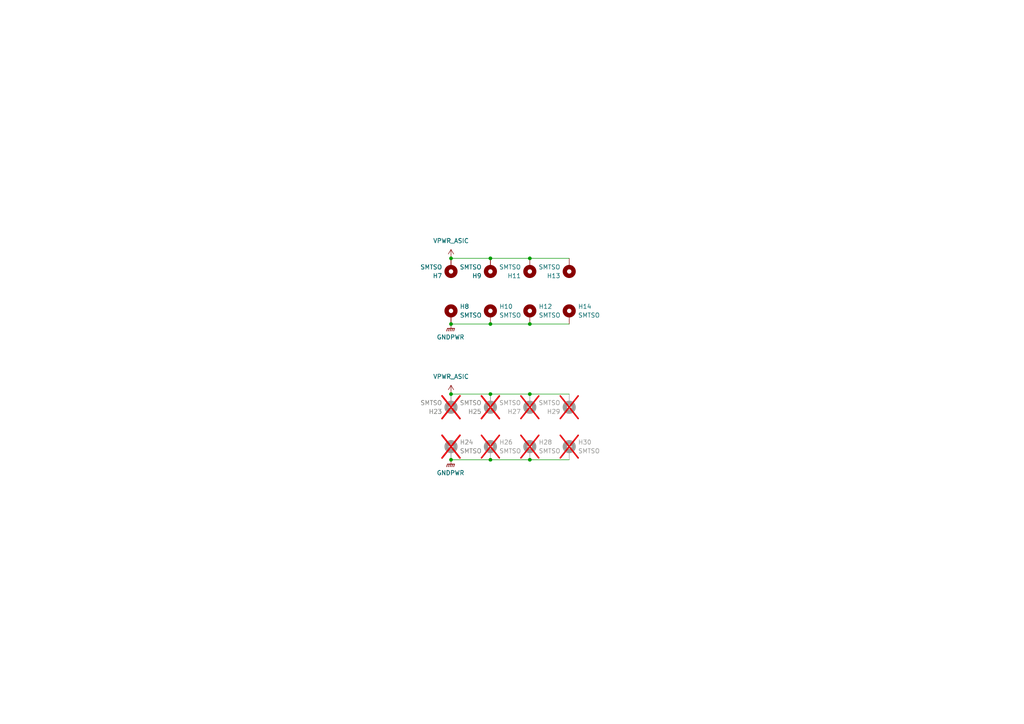
<source format=kicad_sch>
(kicad_sch (version 20231120) (generator "eeschema") (generator_version "8.0")
  (paper "A4")
  (lib_symbols
    (symbol "Mechanical:MountingHole_Pad" (pin_numbers hide) (pin_names (offset 1.016) hide) (exclude_from_sim yes) (in_bom no)
      (property "Reference" "H" (at 0 6.35 0))
      (property "Value" "MountingHole_Pad" (at 0 4.445 0))
      (symbol "MountingHole_Pad_0_1"
        (circle (center 0 1.27) (radius 1.27) (stroke (width 1.27)))
      )
      (symbol "MountingHole_Pad_1_1"
        (pin input line (at 0 -2.54 90) (length 2.54) (name "1") (number "1"))
      )
    )
    (symbol "power:GNDPWR" (power) (pin_numbers hide) (pin_names (offset 0) hide)
      (property "Value" "GNDPWR" (at 0 -3.302 0))
      (symbol "GNDPWR_0_1"
        (polyline (pts (xy 0 -1.27) (xy 0 0)))
        (polyline (pts (xy -1.016 -1.27) (xy -1.27 -2.032) (xy -1.27 -2.032)) (stroke (width 0.2032)))
        (polyline (pts (xy -0.508 -1.27) (xy -0.762 -2.032) (xy -0.762 -2.032)) (stroke (width 0.2032)))
        (polyline (pts (xy 0 -1.27) (xy -0.254 -2.032) (xy -0.254 -2.032)) (stroke (width 0.2032)))
        (polyline (pts (xy 0.508 -1.27) (xy 0.254 -2.032) (xy 0.254 -2.032)) (stroke (width 0.2032)))
        (polyline (pts (xy 1.016 -1.27) (xy -1.016 -1.27) (xy -1.016 -1.27)) (stroke (width 0.2032)))
        (polyline (pts (xy 1.016 -1.27) (xy 0.762 -2.032) (xy 0.762 -2.032) (xy 0.762 -2.032)) (stroke (width 0.2032)))
      )
      (symbol "GNDPWR_1_1"
        (pin power_in line (at 0 0 270) (length 0) (name "~") (number "1"))
      )
    )
    (symbol "power:VDD" (power) (pin_numbers hide) (pin_names (offset 0) hide)
      (property "Value" "VDD" (at 0 3.556 0))
      (symbol "VDD_0_1"
        (polyline (pts (xy -0.762 1.27) (xy 0 2.54)))
        (polyline (pts (xy 0 0) (xy 0 2.54)))
        (polyline (pts (xy 0 2.54) (xy 0.762 1.27)))
      )
      (symbol "VDD_1_1"
        (pin power_in line (at 0 0 90) (length 0) (name "~") (number "1"))
      )
    )
  )
  (junction (at 130.81 114.3))
  (junction (at 130.81 133.35))
  (junction (at 130.81 93.98))
  (junction (at 142.24 93.98))
  (junction (at 142.24 133.35))
  (junction (at 153.67 74.93))
  (junction (at 130.81 74.93))
  (junction (at 153.67 93.98))
  (junction (at 153.67 114.3))
  (junction (at 142.24 114.3))
  (junction (at 153.67 133.35))
  (junction (at 142.24 74.93))
  (wire (pts (xy 142.24 114.3) (xy 153.67 114.3)))
  (wire (pts (xy 130.81 114.3) (xy 142.24 114.3)))
  (wire (pts (xy 153.67 74.93) (xy 165.1 74.93)))
  (wire (pts (xy 153.67 133.35) (xy 165.1 133.35)))
  (wire (pts (xy 153.67 114.3) (xy 165.1 114.3)))
  (wire (pts (xy 142.24 74.93) (xy 153.67 74.93)))
  (wire (pts (xy 142.24 93.98) (xy 153.67 93.98)))
  (wire (pts (xy 142.24 133.35) (xy 153.67 133.35)))
  (wire (pts (xy 153.67 93.98) (xy 165.1 93.98)))
  (wire (pts (xy 130.81 133.35) (xy 142.24 133.35)))
  (wire (pts (xy 130.81 93.98) (xy 142.24 93.98)))
  (wire (pts (xy 130.81 74.93) (xy 142.24 74.93)))
  (symbol (lib_id "Mechanical:MountingHole_Pad") (at 165.1 77.47 180) (unit 1) (exclude_from_sim yes)
    (property "Reference" "H13" (at 162.56 80.0101 0) (effects (justify left)))
    (property "Value" "SMTSO" (at 162.56 77.4701 0) (effects (justify left)))
    (property "Footprint" "EKO_Miner_ASIClib:SMTSO-M3-3ET" (effects (hide yes)))
    (property "Description" "Mounting Hole with connection" (effects (hide yes)))
  )
  (symbol (lib_id "Mechanical:MountingHole_Pad") (at 153.67 130.81 0) (unit 1) (exclude_from_sim yes) (in_bom no) (dnp yes)
    (property "Reference" "H28" (at 156.21 128.2699 0) (effects (justify left)))
    (property "Value" "SMTSO" (at 156.21 130.8099 0) (effects (justify left)))
    (property "Footprint" "EKO_Miner_ASIClib:SMTSO-M3-3ET" (effects (hide yes)))
    (property "Description" "Mounting Hole with connection" (effects (hide yes)))
  )
  (symbol (lib_id "Mechanical:MountingHole_Pad") (at 153.67 77.47 180) (unit 1) (exclude_from_sim yes)
    (property "Reference" "H11" (at 151.13 80.0101 0) (effects (justify left)))
    (property "Value" "SMTSO" (at 151.13 77.4701 0) (effects (justify left)))
    (property "Footprint" "EKO_Miner_ASIClib:SMTSO-M3-3ET" (effects (hide yes)))
    (property "Description" "Mounting Hole with connection" (effects (hide yes)))
  )
  (symbol (lib_id "Mechanical:MountingHole_Pad") (at 142.24 91.44 0) (unit 1) (exclude_from_sim yes)
    (property "Reference" "H10" (at 144.78 88.8999 0) (effects (justify left)))
    (property "Value" "SMTSO" (at 144.78 91.4399 0) (effects (justify left)))
    (property "Footprint" "EKO_Miner_ASIClib:SMTSO-M3-3ET" (effects (hide yes)))
    (property "Description" "Mounting Hole with connection" (effects (hide yes)))
  )
  (symbol (lib_id "Mechanical:MountingHole_Pad") (at 130.81 130.81 0) (unit 1) (exclude_from_sim yes) (in_bom no) (dnp yes)
    (property "Reference" "H24" (at 133.35 128.2699 0) (effects (justify left)))
    (property "Value" "SMTSO" (at 133.35 130.8099 0) (effects (justify left)))
    (property "Footprint" "EKO_Miner_ASIClib:SMTSO-M3-3ET" (effects (hide yes)))
    (property "Description" "Mounting Hole with connection" (effects (hide yes)))
  )
  (symbol (lib_id "power:GNDPWR") (at 130.81 93.98 0) (unit 1)
    (property "Reference" "#PWR0325" (effects (hide yes)))
    (property "Value" "GNDPWR" (at 130.683 97.79 0))
    (property "Description" "Power symbol creates a global label with name \"GNDPWR\" , global ground" (effects (hide yes)))
  )
  (symbol (lib_id "power:VDD") (at 130.81 114.3 0) (unit 1)
    (property "Reference" "#PWR0335" (effects (hide yes)))
    (property "Value" "VPWR_ASIC" (at 130.81 109.22 0))
    (property "Description" "Power symbol creates a global label with name \"VDD\"" (effects (hide yes)))
  )
  (symbol (lib_id "power:VDD") (at 130.81 74.93 0) (unit 1)
    (property "Reference" "#PWR0324" (effects (hide yes)))
    (property "Value" "VPWR_ASIC" (at 130.81 69.85 0))
    (property "Description" "Power symbol creates a global label with name \"VDD\"" (effects (hide yes)))
  )
  (symbol (lib_id "Mechanical:MountingHole_Pad") (at 142.24 77.47 180) (unit 1) (exclude_from_sim yes)
    (property "Reference" "H9" (at 139.7 80.0101 0) (effects (justify left)))
    (property "Value" "SMTSO" (at 139.7 77.4701 0) (effects (justify left)))
    (property "Footprint" "EKO_Miner_ASIClib:SMTSO-M3-3ET" (effects (hide yes)))
    (property "Description" "Mounting Hole with connection" (effects (hide yes)))
  )
  (symbol (lib_id "Mechanical:MountingHole_Pad") (at 153.67 116.84 180) (unit 1) (exclude_from_sim yes) (in_bom no) (dnp yes)
    (property "Reference" "H27" (at 151.13 119.3801 0) (effects (justify left)))
    (property "Value" "SMTSO" (at 151.13 116.8401 0) (effects (justify left)))
    (property "Footprint" "EKO_Miner_ASIClib:SMTSO-M3-3ET" (effects (hide yes)))
    (property "Description" "Mounting Hole with connection" (effects (hide yes)))
  )
  (symbol (lib_id "Mechanical:MountingHole_Pad") (at 130.81 91.44 0) (unit 1) (exclude_from_sim yes)
    (property "Reference" "H8" (at 133.35 88.8999 0) (effects (justify left)))
    (property "Value" "SMTSO" (at 133.35 91.4399 0) (effects (justify left)))
    (property "Footprint" "EKO_Miner_ASIClib:SMTSO-M3-3ET" (effects (hide yes)))
    (property "Description" "Mounting Hole with connection" (effects (hide yes)))
  )
  (symbol (lib_id "power:GNDPWR") (at 130.81 133.35 0) (unit 1)
    (property "Reference" "#PWR0336" (effects (hide yes)))
    (property "Value" "GNDPWR" (at 130.683 137.16 0))
    (property "Description" "Power symbol creates a global label with name \"GNDPWR\" , global ground" (effects (hide yes)))
  )
  (symbol (lib_id "Mechanical:MountingHole_Pad") (at 130.81 77.47 180) (unit 1) (exclude_from_sim yes)
    (property "Reference" "H7" (at 128.27 80.0101 0) (effects (justify left)))
    (property "Value" "SMTSO" (at 128.27 77.4701 0) (effects (justify left)))
    (property "Footprint" "EKO_Miner_ASIClib:SMTSO-M3-3ET" (effects (hide yes)))
    (property "Description" "Mounting Hole with connection" (effects (hide yes)))
  )
  (symbol (lib_id "Mechanical:MountingHole_Pad") (at 165.1 130.81 0) (unit 1) (exclude_from_sim yes) (in_bom no) (dnp yes)
    (property "Reference" "H30" (at 167.64 128.2699 0) (effects (justify left)))
    (property "Value" "SMTSO" (at 167.64 130.8099 0) (effects (justify left)))
    (property "Footprint" "EKO_Miner_ASIClib:SMTSO-M3-3ET" (effects (hide yes)))
    (property "Description" "Mounting Hole with connection" (effects (hide yes)))
  )
  (symbol (lib_id "Mechanical:MountingHole_Pad") (at 142.24 116.84 180) (unit 1) (exclude_from_sim yes) (in_bom no) (dnp yes)
    (property "Reference" "H25" (at 139.7 119.3801 0) (effects (justify left)))
    (property "Value" "SMTSO" (at 139.7 116.8401 0) (effects (justify left)))
    (property "Footprint" "EKO_Miner_ASIClib:SMTSO-M3-3ET" (effects (hide yes)))
    (property "Description" "Mounting Hole with connection" (effects (hide yes)))
  )
  (symbol (lib_id "Mechanical:MountingHole_Pad") (at 165.1 91.44 0) (unit 1) (exclude_from_sim yes)
    (property "Reference" "H14" (at 167.64 88.8999 0) (effects (justify left)))
    (property "Value" "SMTSO" (at 167.64 91.4399 0) (effects (justify left)))
    (property "Footprint" "EKO_Miner_ASIClib:SMTSO-M3-3ET" (effects (hide yes)))
    (property "Description" "Mounting Hole with connection" (effects (hide yes)))
  )
  (symbol (lib_id "Mechanical:MountingHole_Pad") (at 130.81 116.84 180) (unit 1) (exclude_from_sim yes) (in_bom no) (dnp yes)
    (property "Reference" "H23" (at 128.27 119.3801 0) (effects (justify left)))
    (property "Value" "SMTSO" (at 128.27 116.8401 0) (effects (justify left)))
    (property "Footprint" "EKO_Miner_ASIClib:SMTSO-M3-3ET" (effects (hide yes)))
    (property "Description" "Mounting Hole with connection" (effects (hide yes)))
  )
  (symbol (lib_id "Mechanical:MountingHole_Pad") (at 142.24 130.81 0) (unit 1) (exclude_from_sim yes) (in_bom no) (dnp yes)
    (property "Reference" "H26" (at 144.78 128.2699 0) (effects (justify left)))
    (property "Value" "SMTSO" (at 144.78 130.8099 0) (effects (justify left)))
    (property "Footprint" "EKO_Miner_ASIClib:SMTSO-M3-3ET" (effects (hide yes)))
    (property "Description" "Mounting Hole with connection" (effects (hide yes)))
  )
  (symbol (lib_id "Mechanical:MountingHole_Pad") (at 153.67 91.44 0) (unit 1) (exclude_from_sim yes)
    (property "Reference" "H12" (at 156.21 88.8999 0) (effects (justify left)))
    (property "Value" "SMTSO" (at 156.21 91.4399 0) (effects (justify left)))
    (property "Footprint" "EKO_Miner_ASIClib:SMTSO-M3-3ET" (effects (hide yes)))
    (property "Description" "Mounting Hole with connection" (effects (hide yes)))
  )
  (symbol (lib_id "Mechanical:MountingHole_Pad") (at 165.1 116.84 180) (unit 1) (exclude_from_sim yes) (in_bom no) (dnp yes)
    (property "Reference" "H29" (at 162.56 119.3801 0) (effects (justify left)))
    (property "Value" "SMTSO" (at 162.56 116.8401 0) (effects (justify left)))
    (property "Footprint" "EKO_Miner_ASIClib:SMTSO-M3-3ET" (effects (hide yes)))
    (property "Description" "Mounting Hole with connection" (effects (hide yes)))
  )
)
</source>
